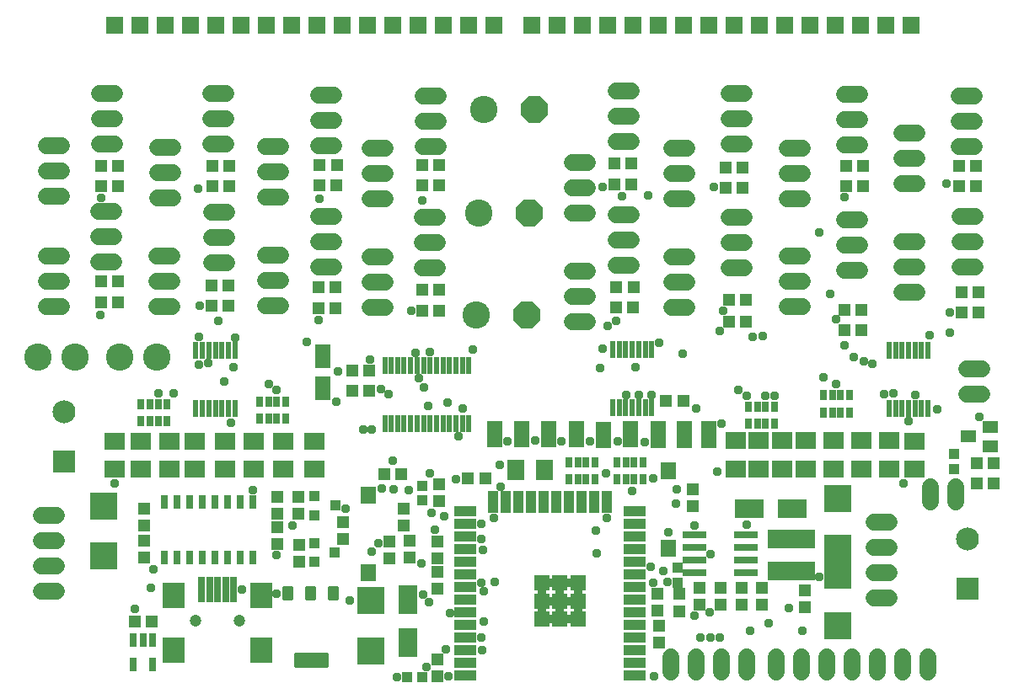
<source format=gbr>
G04 EAGLE Gerber RS-274X export*
G75*
%MOMM*%
%FSLAX34Y34*%
%LPD*%
%INSoldermask Top*%
%IPPOS*%
%AMOC8*
5,1,8,0,0,1.08239X$1,22.5*%
G01*
%ADD10R,1.778200X1.778200*%
%ADD11C,1.727200*%
%ADD12R,1.203200X1.303200*%
%ADD13R,1.625600X1.346200*%
%ADD14R,0.653200X1.103200*%
%ADD15R,1.803200X2.006200*%
%ADD16R,2.203200X1.103200*%
%ADD17R,1.103200X2.203200*%
%ADD18R,1.533200X1.533200*%
%ADD19C,0.911200*%
%ADD20R,1.303200X1.203200*%
%ADD21R,0.803200X1.403200*%
%ADD22R,1.103200X1.003200*%
%ADD23R,2.203200X2.603200*%
%ADD24R,0.703200X2.511200*%
%ADD25C,1.203200*%
%ADD26C,0.339959*%
%ADD27C,0.393431*%
%ADD28R,2.703200X2.753200*%
%ADD29R,1.603200X1.703200*%
%ADD30R,4.703200X1.953200*%
%ADD31R,2.853200X1.953200*%
%ADD32R,2.303200X2.303200*%
%ADD33C,2.303200*%
%ADD34R,2.006200X1.803200*%
%ADD35C,2.743200*%
%ADD36P,2.969212X8X22.500000*%
%ADD37R,1.003200X1.003200*%
%ADD38R,2.403200X0.803200*%
%ADD39C,2.753200*%
%ADD40R,1.953200X2.853200*%
%ADD41R,0.558800X1.676400*%
%ADD42R,1.603200X1.203200*%
%ADD43R,1.603200X2.403200*%
%ADD44R,0.711200X1.422400*%
%ADD45C,0.959600*%


D10*
X101600Y670200D03*
X127000Y670200D03*
X152400Y670200D03*
X177800Y670200D03*
X203200Y670200D03*
X228600Y670200D03*
X254000Y670200D03*
X279400Y670200D03*
X304800Y670200D03*
X330200Y670200D03*
X355600Y670200D03*
X381000Y670200D03*
X406400Y670200D03*
X431800Y670200D03*
X457200Y670200D03*
X482600Y670200D03*
X520700Y670300D03*
X546100Y670300D03*
X571500Y670300D03*
X596900Y670300D03*
X622300Y670300D03*
X647700Y670300D03*
X673100Y670300D03*
X698500Y670300D03*
X723900Y670300D03*
X749300Y670300D03*
X774700Y670300D03*
X800100Y670300D03*
X825500Y670300D03*
X850900Y670300D03*
X876300Y670300D03*
X901700Y670300D03*
D11*
X101720Y551100D02*
X86480Y551100D01*
X86480Y576500D02*
X101720Y576500D01*
X101720Y601900D02*
X86480Y601900D01*
X85380Y432100D02*
X100620Y432100D01*
X100620Y457500D02*
X85380Y457500D01*
X85380Y482900D02*
X100620Y482900D01*
X197480Y551100D02*
X212720Y551100D01*
X212720Y576500D02*
X197480Y576500D01*
X197480Y601900D02*
X212720Y601900D01*
X213620Y431100D02*
X198380Y431100D01*
X198380Y456500D02*
X213620Y456500D01*
X213620Y481900D02*
X198380Y481900D01*
X306480Y549400D02*
X321720Y549400D01*
X321720Y574800D02*
X306480Y574800D01*
X306480Y600200D02*
X321720Y600200D01*
X321620Y427400D02*
X306380Y427400D01*
X306380Y452800D02*
X321620Y452800D01*
X321620Y478200D02*
X306380Y478200D01*
X411480Y548400D02*
X426720Y548400D01*
X426720Y573800D02*
X411480Y573800D01*
X411480Y599200D02*
X426720Y599200D01*
X425620Y426400D02*
X410380Y426400D01*
X410380Y451800D02*
X425620Y451800D01*
X425620Y477200D02*
X410380Y477200D01*
X605480Y553700D02*
X620720Y553700D01*
X620720Y579100D02*
X605480Y579100D01*
X605480Y604500D02*
X620720Y604500D01*
X620620Y428700D02*
X605380Y428700D01*
X605380Y454100D02*
X620620Y454100D01*
X620620Y479500D02*
X605380Y479500D01*
X718480Y550700D02*
X733720Y550700D01*
X733720Y576100D02*
X718480Y576100D01*
X718480Y601500D02*
X733720Y601500D01*
X733620Y426700D02*
X718380Y426700D01*
X718380Y452100D02*
X733620Y452100D01*
X733620Y477500D02*
X718380Y477500D01*
X834480Y549700D02*
X849720Y549700D01*
X849720Y575100D02*
X834480Y575100D01*
X834480Y600500D02*
X849720Y600500D01*
X849620Y423700D02*
X834380Y423700D01*
X834380Y449100D02*
X849620Y449100D01*
X849620Y474500D02*
X834380Y474500D01*
X949480Y548700D02*
X964720Y548700D01*
X964720Y574100D02*
X949480Y574100D01*
X949480Y599500D02*
X964720Y599500D01*
X965620Y427700D02*
X950380Y427700D01*
X950380Y453100D02*
X965620Y453100D01*
X965620Y478500D02*
X950380Y478500D01*
D12*
X87700Y508200D03*
X104700Y508200D03*
X87700Y392100D03*
X104700Y392100D03*
X199700Y508200D03*
X216700Y508200D03*
X198700Y388100D03*
X215700Y388100D03*
X307400Y509200D03*
X324400Y509200D03*
X306400Y386100D03*
X323400Y386100D03*
X410400Y509200D03*
X427400Y509200D03*
X410400Y383100D03*
X427400Y383100D03*
X603400Y510500D03*
X620400Y510500D03*
X605400Y386400D03*
X622400Y386400D03*
X715400Y506500D03*
X732400Y506500D03*
X718400Y372400D03*
X735400Y372400D03*
X836400Y508500D03*
X853400Y508500D03*
X834400Y363400D03*
X851400Y363400D03*
X949400Y508500D03*
X966400Y508500D03*
X952400Y381400D03*
X969400Y381400D03*
D13*
X482900Y265704D03*
X482900Y252496D03*
X510300Y265704D03*
X510300Y252496D03*
X537700Y265704D03*
X537700Y252496D03*
X565100Y265704D03*
X565100Y252496D03*
X592500Y265004D03*
X592500Y251796D03*
X619900Y265704D03*
X619900Y252496D03*
D14*
X584000Y230500D03*
X575000Y230500D03*
X567000Y230500D03*
X558000Y230500D03*
X558000Y213500D03*
X567000Y213500D03*
X575000Y213500D03*
X584000Y213500D03*
X606200Y213500D03*
X615200Y213500D03*
X623200Y213500D03*
X632200Y213500D03*
X632200Y230500D03*
X623200Y230500D03*
X615200Y230500D03*
X606200Y230500D03*
D15*
X533020Y223600D03*
X504580Y223600D03*
D16*
X623800Y16300D03*
X623800Y29000D03*
X623800Y41700D03*
X623800Y54400D03*
X623800Y67100D03*
X623800Y79800D03*
X623800Y92500D03*
X623800Y105200D03*
X623800Y117900D03*
X623800Y130600D03*
X623800Y143300D03*
X623800Y156000D03*
X623800Y168700D03*
X623800Y181400D03*
D17*
X595950Y191400D03*
X583250Y191400D03*
X570550Y191400D03*
X557850Y191400D03*
X545150Y191400D03*
X532450Y191400D03*
X519750Y191400D03*
X507050Y191400D03*
X494350Y191400D03*
X481650Y191400D03*
D16*
X453800Y181400D03*
X453800Y168700D03*
X453800Y156000D03*
X453800Y143300D03*
X453800Y130600D03*
X453800Y117900D03*
X453800Y105200D03*
X453800Y92500D03*
X453800Y79800D03*
X453800Y67100D03*
X453800Y54400D03*
X453800Y41700D03*
X453800Y29000D03*
X453800Y16300D03*
D18*
X567150Y72950D03*
X548800Y72950D03*
X530450Y72950D03*
X567150Y91300D03*
X548800Y91300D03*
X530450Y91300D03*
X567150Y109650D03*
X548800Y109650D03*
X530450Y109650D03*
D19*
X557975Y72950D03*
X539625Y72950D03*
X567150Y82125D03*
X548800Y82125D03*
X530450Y82125D03*
X557975Y91300D03*
X539625Y91300D03*
X567150Y100475D03*
X548800Y100475D03*
X530450Y100475D03*
X557975Y109650D03*
X539625Y109650D03*
D20*
X391370Y167460D03*
X391370Y184460D03*
D12*
X398000Y151800D03*
X398000Y134800D03*
D21*
X240650Y190800D03*
X227950Y190800D03*
X215250Y190800D03*
X202550Y190800D03*
X189850Y190800D03*
X177150Y190800D03*
X164450Y190800D03*
X151750Y190800D03*
X151750Y134800D03*
X164450Y134800D03*
X177150Y134800D03*
X189850Y134800D03*
X202550Y134800D03*
X215250Y134800D03*
X227950Y134800D03*
X240650Y134800D03*
D22*
X301700Y149800D03*
X301700Y130800D03*
X322700Y140300D03*
X301900Y196800D03*
X301900Y177800D03*
X322900Y187300D03*
D20*
X286400Y147800D03*
X286400Y130800D03*
X285700Y179200D03*
X285700Y196200D03*
D23*
X160800Y97100D03*
D24*
X188800Y102740D03*
X196800Y102740D03*
X204800Y102740D03*
X212800Y102740D03*
X220800Y102740D03*
D23*
X160800Y42100D03*
X248800Y97100D03*
X248800Y42100D03*
D25*
X182800Y72100D03*
X226800Y72100D03*
D26*
X317334Y105116D02*
X325266Y105116D01*
X325266Y93384D01*
X317334Y93384D01*
X317334Y105116D01*
X317334Y96614D02*
X325266Y96614D01*
X325266Y99844D02*
X317334Y99844D01*
X317334Y103074D02*
X325266Y103074D01*
X302366Y105116D02*
X294434Y105116D01*
X302366Y105116D02*
X302366Y93384D01*
X294434Y93384D01*
X294434Y105116D01*
X294434Y96614D02*
X302366Y96614D01*
X302366Y99844D02*
X294434Y99844D01*
X294434Y103074D02*
X302366Y103074D01*
X279466Y105116D02*
X271534Y105116D01*
X279466Y105116D02*
X279466Y93384D01*
X271534Y93384D01*
X271534Y105116D01*
X271534Y96614D02*
X279466Y96614D01*
X279466Y99844D02*
X271534Y99844D01*
X271534Y103074D02*
X279466Y103074D01*
D27*
X283151Y37949D02*
X313649Y37949D01*
X313649Y26751D01*
X283151Y26751D01*
X283151Y37949D01*
X283151Y30488D02*
X313649Y30488D01*
X313649Y34225D02*
X283151Y34225D01*
D28*
X90600Y136550D03*
X90600Y187050D03*
X358400Y41550D03*
X358400Y92050D03*
D29*
X355800Y120200D03*
X355800Y198200D03*
D30*
X781400Y154050D03*
X781400Y121550D03*
D31*
X782300Y184600D03*
X739300Y184600D03*
D28*
X827800Y66550D03*
X827800Y117050D03*
X827910Y194580D03*
X827910Y144080D03*
D32*
X50500Y231500D03*
D33*
X50500Y281500D03*
D11*
X42820Y126800D02*
X27580Y126800D01*
X27580Y152200D02*
X42820Y152200D01*
X42820Y177600D02*
X27580Y177600D01*
X27580Y101400D02*
X42820Y101400D01*
X863880Y119700D02*
X879120Y119700D01*
X879120Y145100D02*
X863880Y145100D01*
X863880Y170500D02*
X879120Y170500D01*
X879120Y94300D02*
X863880Y94300D01*
D13*
X647300Y265204D03*
X647300Y251996D03*
X673400Y265304D03*
X673400Y252096D03*
D14*
X128000Y272500D03*
X137000Y272500D03*
X145000Y272500D03*
X154000Y272500D03*
X154000Y289500D03*
X145000Y289500D03*
X137000Y289500D03*
X128000Y289500D03*
X247000Y274500D03*
X256000Y274500D03*
X264000Y274500D03*
X273000Y274500D03*
X273000Y291500D03*
X264000Y291500D03*
X256000Y291500D03*
X247000Y291500D03*
X738000Y269500D03*
X747000Y269500D03*
X755000Y269500D03*
X764000Y269500D03*
X764000Y286500D03*
X755000Y286500D03*
X747000Y286500D03*
X738000Y286500D03*
X813600Y281200D03*
X822600Y281200D03*
X830600Y281200D03*
X839600Y281200D03*
X839600Y298200D03*
X830600Y298200D03*
X822600Y298200D03*
X813600Y298200D03*
D34*
X101000Y252220D03*
X101000Y223780D03*
X128000Y252220D03*
X128000Y223780D03*
X156000Y252220D03*
X156000Y223780D03*
X181400Y252120D03*
X181400Y223680D03*
X212000Y252220D03*
X212000Y223780D03*
X241000Y252220D03*
X241000Y223780D03*
X271000Y252220D03*
X271000Y223780D03*
X302000Y252220D03*
X302000Y223780D03*
X725000Y252620D03*
X725000Y224180D03*
X747900Y252620D03*
X747900Y224180D03*
X771600Y252620D03*
X771600Y224180D03*
X795600Y252620D03*
X795600Y224180D03*
X823600Y252620D03*
X823600Y224180D03*
X851600Y252620D03*
X851600Y224180D03*
X879600Y252620D03*
X879600Y224180D03*
X905000Y252220D03*
X905000Y223780D03*
D12*
X426000Y134500D03*
X426000Y151500D03*
X426000Y120500D03*
X426000Y103500D03*
X648600Y66500D03*
X648600Y49500D03*
X647000Y81500D03*
X647000Y98500D03*
D11*
X48020Y498600D02*
X32780Y498600D01*
X32780Y524000D02*
X48020Y524000D01*
X48020Y549400D02*
X32780Y549400D01*
X32780Y387600D02*
X48020Y387600D01*
X48020Y413000D02*
X32780Y413000D01*
X32780Y438400D02*
X48020Y438400D01*
X144780Y496600D02*
X160020Y496600D01*
X160020Y522000D02*
X144780Y522000D01*
X144780Y547400D02*
X160020Y547400D01*
X159020Y387600D02*
X143780Y387600D01*
X143780Y413000D02*
X159020Y413000D01*
X159020Y438400D02*
X143780Y438400D01*
X252780Y497600D02*
X268020Y497600D01*
X268020Y523000D02*
X252780Y523000D01*
X252780Y548400D02*
X268020Y548400D01*
X268020Y388600D02*
X252780Y388600D01*
X252780Y414000D02*
X268020Y414000D01*
X268020Y439400D02*
X252780Y439400D01*
X357780Y495600D02*
X373020Y495600D01*
X373020Y521000D02*
X357780Y521000D01*
X357780Y546400D02*
X373020Y546400D01*
X373020Y386600D02*
X357780Y386600D01*
X357780Y412000D02*
X373020Y412000D01*
X373020Y437400D02*
X357780Y437400D01*
X560780Y481600D02*
X576020Y481600D01*
X576020Y507000D02*
X560780Y507000D01*
X560780Y532400D02*
X576020Y532400D01*
X576020Y372600D02*
X560780Y372600D01*
X560780Y398000D02*
X576020Y398000D01*
X576020Y423400D02*
X560780Y423400D01*
X660780Y495900D02*
X676020Y495900D01*
X676020Y521300D02*
X660780Y521300D01*
X660780Y546700D02*
X676020Y546700D01*
X676020Y386900D02*
X660780Y386900D01*
X660780Y412300D02*
X676020Y412300D01*
X676020Y437700D02*
X660780Y437700D01*
X776780Y495900D02*
X792020Y495900D01*
X792020Y521300D02*
X776780Y521300D01*
X776780Y546700D02*
X792020Y546700D01*
X792020Y387900D02*
X776780Y387900D01*
X776780Y413300D02*
X792020Y413300D01*
X792020Y438700D02*
X776780Y438700D01*
X891880Y511500D02*
X907120Y511500D01*
X907120Y536900D02*
X891880Y536900D01*
X891880Y562300D02*
X907120Y562300D01*
X907620Y402100D02*
X892380Y402100D01*
X892380Y427500D02*
X907620Y427500D01*
X907620Y452900D02*
X892380Y452900D01*
D12*
X104500Y529000D03*
X87500Y529000D03*
X104500Y413000D03*
X87500Y413000D03*
X216500Y529000D03*
X199500Y529000D03*
X215500Y409000D03*
X198500Y409000D03*
X324500Y530000D03*
X307500Y530000D03*
X323500Y407000D03*
X306500Y407000D03*
X427500Y530000D03*
X410500Y530000D03*
X427500Y404000D03*
X410500Y404000D03*
X620500Y531300D03*
X603500Y531300D03*
X622500Y407300D03*
X605500Y407300D03*
X732500Y527300D03*
X715500Y527300D03*
X735500Y394300D03*
X718500Y394300D03*
X853500Y529300D03*
X836500Y529300D03*
X851500Y384300D03*
X834500Y384300D03*
X966500Y529300D03*
X949500Y529300D03*
X969500Y402300D03*
X952500Y402300D03*
D20*
X356900Y323300D03*
X339900Y323300D03*
X356900Y302800D03*
X339900Y302800D03*
X331000Y153500D03*
X331000Y170500D03*
D35*
X471900Y585700D03*
D36*
X522700Y585700D03*
D35*
X467000Y481700D03*
D36*
X517800Y481700D03*
D35*
X465000Y378700D03*
D36*
X515800Y378700D03*
D12*
X456500Y215000D03*
X473500Y215000D03*
X682300Y204100D03*
X682300Y187100D03*
D29*
X657700Y144400D03*
X657700Y222400D03*
D20*
X265000Y196500D03*
X265000Y179500D03*
X265000Y165500D03*
X265000Y148500D03*
D11*
X736100Y35620D02*
X736100Y20380D01*
X710700Y20380D02*
X710700Y35620D01*
X685300Y35620D02*
X685300Y20380D01*
X659900Y20380D02*
X659900Y35620D01*
X765800Y35620D02*
X765800Y20380D01*
X791200Y20380D02*
X791200Y35620D01*
X816600Y35620D02*
X816600Y20380D01*
X842000Y20380D02*
X842000Y35620D01*
X867400Y35620D02*
X867400Y20380D01*
X892800Y20380D02*
X892800Y35620D01*
X918200Y35620D02*
X918200Y20380D01*
D12*
X377000Y151500D03*
X377000Y134500D03*
D37*
X410000Y192500D03*
X410000Y207500D03*
X666700Y125200D03*
X666700Y110200D03*
D20*
X668500Y98400D03*
X668500Y81400D03*
X427000Y208500D03*
X427000Y191500D03*
D38*
X735600Y132950D03*
X683600Y132950D03*
X735600Y120250D03*
X735600Y145650D03*
X735600Y158350D03*
X683600Y120250D03*
X683600Y145650D03*
X683600Y158350D03*
D12*
X794470Y102120D03*
X794470Y85120D03*
D20*
X730900Y104800D03*
X730900Y87800D03*
X751900Y87800D03*
X751900Y104800D03*
X709900Y104800D03*
X709900Y87800D03*
D12*
X688900Y87800D03*
X688900Y104800D03*
D39*
X61500Y337000D03*
X106500Y337000D03*
X24500Y337000D03*
X143500Y337000D03*
D40*
X396000Y92500D03*
X396000Y49500D03*
D12*
X131000Y152500D03*
X131000Y135500D03*
X131000Y167500D03*
X131000Y184500D03*
X389500Y219000D03*
X372500Y219000D03*
D41*
X372836Y269990D03*
X379186Y269990D03*
X385790Y269990D03*
X392140Y269990D03*
X398744Y269990D03*
X405348Y269990D03*
X411698Y269990D03*
X418302Y269990D03*
X424652Y269990D03*
X431256Y269990D03*
X437860Y269990D03*
X444210Y269990D03*
X450814Y269990D03*
X457164Y269990D03*
X457164Y328410D03*
X450814Y328410D03*
X444210Y328410D03*
X437860Y328410D03*
X431256Y328410D03*
X424652Y328410D03*
X418302Y328410D03*
X411698Y328410D03*
X405348Y328410D03*
X398744Y328410D03*
X392140Y328410D03*
X385790Y328410D03*
X379186Y328410D03*
X372836Y328410D03*
D12*
X655500Y292300D03*
X672500Y292300D03*
D13*
X698400Y265404D03*
X698400Y252196D03*
D32*
X957900Y103900D03*
D33*
X957900Y153900D03*
D42*
X959100Y256800D03*
X981100Y266300D03*
X981100Y247300D03*
D12*
X984700Y230400D03*
X967700Y230400D03*
D37*
X395000Y15000D03*
X410000Y15000D03*
D20*
X425900Y15700D03*
X425900Y32700D03*
D11*
X957580Y325200D02*
X972820Y325200D01*
X972820Y299800D02*
X957580Y299800D01*
X921100Y206720D02*
X921100Y191480D01*
X946500Y191480D02*
X946500Y206720D01*
D43*
X310100Y305400D03*
X310100Y337400D03*
D41*
X183042Y284790D03*
X189646Y284790D03*
X195996Y284790D03*
X202600Y284790D03*
X209204Y284790D03*
X215554Y284790D03*
X222158Y284790D03*
X222158Y343210D03*
X215554Y343210D03*
X209204Y343210D03*
X202600Y343210D03*
X195996Y343210D03*
X189646Y343210D03*
X183042Y343210D03*
X601842Y285790D03*
X608446Y285790D03*
X614796Y285790D03*
X621400Y285790D03*
X628004Y285790D03*
X634354Y285790D03*
X640958Y285790D03*
X640958Y344210D03*
X634354Y344210D03*
X628004Y344210D03*
X621400Y344210D03*
X614796Y344210D03*
X608446Y344210D03*
X601842Y344210D03*
X879542Y285390D03*
X886146Y285390D03*
X892496Y285390D03*
X899100Y285390D03*
X905704Y285390D03*
X912054Y285390D03*
X918658Y285390D03*
X918658Y343810D03*
X912054Y343810D03*
X905704Y343810D03*
X899100Y343810D03*
X892496Y343810D03*
X886146Y343810D03*
X879542Y343810D03*
D44*
X139198Y51892D03*
X129800Y51892D03*
X120402Y51892D03*
X120402Y27508D03*
X139198Y27508D03*
D20*
X138500Y71100D03*
X121500Y71100D03*
D37*
X944300Y224000D03*
X944300Y239000D03*
D12*
X984700Y209400D03*
X967700Y209400D03*
D45*
X637000Y499300D03*
X809000Y462300D03*
X229000Y103000D03*
X240000Y203000D03*
X437000Y16000D03*
X643000Y16000D03*
X338000Y92050D03*
X101000Y210000D03*
X595000Y220000D03*
X596000Y175000D03*
X411056Y97884D03*
X642000Y109900D03*
X306000Y374000D03*
X605000Y373300D03*
X709000Y363300D03*
X834818Y497300D03*
X937000Y511300D03*
X940000Y381300D03*
X703000Y507300D03*
X399300Y383100D03*
X410000Y494000D03*
X307000Y496000D03*
X187000Y388000D03*
X185000Y506000D03*
X87000Y379000D03*
X87562Y496438D03*
X592000Y507300D03*
X712457Y383494D03*
X444000Y214000D03*
X665000Y189000D03*
X778900Y84300D03*
X683800Y167400D03*
X585000Y162000D03*
X586000Y139000D03*
X657800Y160900D03*
X140000Y123000D03*
X736000Y168600D03*
X809206Y115600D03*
X826068Y374728D03*
X385400Y15300D03*
X366400Y149900D03*
X409200Y129500D03*
X423000Y163000D03*
X218100Y270500D03*
X706500Y221500D03*
X325500Y322200D03*
X122100Y83200D03*
X294500Y351700D03*
X323800Y292200D03*
X969800Y276700D03*
X927900Y284000D03*
X640700Y298600D03*
X447200Y256900D03*
X160300Y300200D03*
X145650Y300250D03*
X222400Y356200D03*
X205100Y373294D03*
X195714Y330500D03*
X255900Y309200D03*
X264000Y303400D03*
X412200Y306600D03*
X615600Y298462D03*
X417700Y341500D03*
X736736Y298000D03*
X611000Y498300D03*
X648600Y351100D03*
X597074Y368374D03*
X728100Y303500D03*
X742200Y356800D03*
X764400Y298100D03*
X820000Y400434D03*
X813400Y316600D03*
X898600Y272700D03*
X834574Y348426D03*
X826100Y309700D03*
X940800Y361000D03*
X919700Y358600D03*
X752800Y357800D03*
X754912Y297600D03*
X435600Y290800D03*
X450957Y285262D03*
X416884Y90000D03*
X434000Y43000D03*
X438000Y79000D03*
X350912Y263722D03*
X382000Y204000D03*
X642000Y215000D03*
X657088Y110925D03*
X700000Y54842D03*
X684002Y76994D03*
X369012Y304600D03*
X621000Y202000D03*
X376800Y299700D03*
X397072Y203072D03*
X652594Y122000D03*
X699058Y79954D03*
X414600Y24900D03*
X470200Y41800D03*
X709088Y54642D03*
X360000Y263844D03*
X488000Y228000D03*
X470000Y169000D03*
X417912Y219740D03*
X407400Y315100D03*
X380797Y232854D03*
X496000Y252000D03*
X524000Y253000D03*
X550118Y252000D03*
X579000Y252000D03*
X607000Y252000D03*
X634000Y251000D03*
X369624Y204624D03*
X758000Y69000D03*
X358300Y334100D03*
X690007Y54642D03*
X591750Y345350D03*
X185800Y356900D03*
X671900Y339900D03*
X483000Y111000D03*
X333000Y184000D03*
X470000Y55000D03*
X264000Y138000D03*
X472000Y71000D03*
X280000Y167000D03*
X432000Y177000D03*
X360000Y141000D03*
X666000Y204000D03*
X489210Y206706D03*
X138000Y105000D03*
X264106Y99000D03*
X419864Y179855D03*
X482000Y175000D03*
X792173Y61146D03*
X472000Y100912D03*
X739870Y61662D03*
X470000Y154000D03*
X471000Y143000D03*
X470000Y110000D03*
X711100Y269700D03*
X685600Y285402D03*
X404000Y341082D03*
X699798Y138256D03*
X639800Y125500D03*
X893500Y209500D03*
X627900Y298600D03*
X589100Y326100D03*
X624400Y326700D03*
X461200Y344600D03*
X416700Y287800D03*
X220900Y326300D03*
X211500Y312500D03*
X185800Y328700D03*
X874505Y299700D03*
X843900Y336900D03*
X853712Y332816D03*
X883593Y300393D03*
X862800Y329768D03*
X905300Y298300D03*
M02*

</source>
